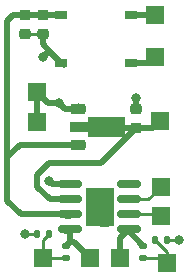
<source format=gbr>
%TF.GenerationSoftware,KiCad,Pcbnew,9.0.2*%
%TF.CreationDate,2025-07-27T21:18:58+02:00*%
%TF.ProjectId,ldo,6c646f2e-6b69-4636-9164-5f7063625858,rev?*%
%TF.SameCoordinates,Original*%
%TF.FileFunction,Copper,L1,Top*%
%TF.FilePolarity,Positive*%
%FSLAX46Y46*%
G04 Gerber Fmt 4.6, Leading zero omitted, Abs format (unit mm)*
G04 Created by KiCad (PCBNEW 9.0.2) date 2025-07-27 21:18:58*
%MOMM*%
%LPD*%
G01*
G04 APERTURE LIST*
G04 Aperture macros list*
%AMRoundRect*
0 Rectangle with rounded corners*
0 $1 Rounding radius*
0 $2 $3 $4 $5 $6 $7 $8 $9 X,Y pos of 4 corners*
0 Add a 4 corners polygon primitive as box body*
4,1,4,$2,$3,$4,$5,$6,$7,$8,$9,$2,$3,0*
0 Add four circle primitives for the rounded corners*
1,1,$1+$1,$2,$3*
1,1,$1+$1,$4,$5*
1,1,$1+$1,$6,$7*
1,1,$1+$1,$8,$9*
0 Add four rect primitives between the rounded corners*
20,1,$1+$1,$2,$3,$4,$5,0*
20,1,$1+$1,$4,$5,$6,$7,0*
20,1,$1+$1,$6,$7,$8,$9,0*
20,1,$1+$1,$8,$9,$2,$3,0*%
%AMFreePoly0*
4,1,9,3.862500,-0.866500,0.737500,-0.866500,0.737500,-0.450000,-0.737500,-0.450000,-0.737500,0.450000,0.737500,0.450000,0.737500,0.866500,3.862500,0.866500,3.862500,-0.866500,3.862500,-0.866500,$1*%
G04 Aperture macros list end*
%TA.AperFunction,SMDPad,CuDef*%
%ADD10RoundRect,0.135000X-0.135000X-0.185000X0.135000X-0.185000X0.135000X0.185000X-0.135000X0.185000X0*%
%TD*%
%TA.AperFunction,ComponentPad*%
%ADD11R,1.500000X1.500000*%
%TD*%
%TA.AperFunction,SMDPad,CuDef*%
%ADD12RoundRect,0.150000X-0.825000X-0.150000X0.825000X-0.150000X0.825000X0.150000X-0.825000X0.150000X0*%
%TD*%
%TA.AperFunction,ComponentPad*%
%ADD13C,0.500000*%
%TD*%
%TA.AperFunction,SMDPad,CuDef*%
%ADD14R,2.410000X3.300000*%
%TD*%
%TA.AperFunction,SMDPad,CuDef*%
%ADD15RoundRect,0.225000X-0.425000X-0.225000X0.425000X-0.225000X0.425000X0.225000X-0.425000X0.225000X0*%
%TD*%
%TA.AperFunction,SMDPad,CuDef*%
%ADD16FreePoly0,0.000000*%
%TD*%
%TA.AperFunction,SMDPad,CuDef*%
%ADD17RoundRect,0.135000X0.135000X0.185000X-0.135000X0.185000X-0.135000X-0.185000X0.135000X-0.185000X0*%
%TD*%
%TA.AperFunction,SMDPad,CuDef*%
%ADD18RoundRect,0.135000X0.185000X-0.135000X0.185000X0.135000X-0.185000X0.135000X-0.185000X-0.135000X0*%
%TD*%
%TA.AperFunction,SMDPad,CuDef*%
%ADD19RoundRect,0.225000X0.250000X-0.225000X0.250000X0.225000X-0.250000X0.225000X-0.250000X-0.225000X0*%
%TD*%
%TA.AperFunction,SMDPad,CuDef*%
%ADD20RoundRect,0.225000X-0.250000X0.225000X-0.250000X-0.225000X0.250000X-0.225000X0.250000X0.225000X0*%
%TD*%
%TA.AperFunction,SMDPad,CuDef*%
%ADD21R,1.000000X0.700000*%
%TD*%
%TA.AperFunction,ViaPad*%
%ADD22C,0.800000*%
%TD*%
%TA.AperFunction,Conductor*%
%ADD23C,0.500000*%
%TD*%
%TA.AperFunction,Conductor*%
%ADD24C,0.250000*%
%TD*%
G04 APERTURE END LIST*
D10*
%TO.P,R13,2*%
%TO.N,Net-(R12-Pad1)*%
X106000000Y-57500000D03*
%TO.P,R13,1*%
%TO.N,GND*%
X104980000Y-57500000D03*
%TD*%
D11*
%TO.P,ctrl1,1,1*%
%TO.N,Net-(R12-Pad1)*%
X105500000Y-59500000D03*
%TD*%
D12*
%TO.P,U4,1,GND*%
%TO.N,GND*%
X107825000Y-53295000D03*
%TO.P,U4,2,VCC*%
%TO.N,VCC*%
X107825000Y-54565000D03*
%TO.P,U4,3,VM*%
%TO.N,Net-(D1-+)*%
X107825000Y-55835000D03*
%TO.P,U4,4,OUTA*%
%TO.N,Net-(U4-OUTA)*%
X107825000Y-57105000D03*
%TO.P,U4,5,OUTB*%
%TO.N,Net-(U4-OUTB)*%
X112775000Y-57105000D03*
%TO.P,U4,6,INA*%
%TO.N,Net-(U4-INA)*%
X112775000Y-55835000D03*
%TO.P,U4,7,INB*%
%TO.N,Net-(U4-INB)*%
X112775000Y-54565000D03*
%TO.P,U4,8,NC*%
%TO.N,unconnected-(U4-NC-Pad8)*%
X112775000Y-53295000D03*
D13*
%TO.P,U4,9,GND*%
%TO.N,GND*%
X109600000Y-54000000D03*
X109600000Y-55200000D03*
X109600000Y-56400000D03*
D14*
X110300000Y-55200000D03*
D13*
X111000000Y-54000000D03*
X111000000Y-55200000D03*
X111000000Y-56400000D03*
%TD*%
D11*
%TO.P,tr2,1,1*%
%TO.N,Net-(D1-Pad3)*%
X115000000Y-42500000D03*
%TD*%
%TO.P,v3,1,1*%
%TO.N,VCC*%
X115406250Y-47950000D03*
%TD*%
D15*
%TO.P,U1,1,GND*%
%TO.N,GND*%
X108456250Y-46950000D03*
D16*
%TO.P,U1,2,VO*%
%TO.N,VCC*%
X108543750Y-48450000D03*
D15*
%TO.P,U1,3,VI*%
%TO.N,Net-(D1-+)*%
X108456250Y-49950000D03*
%TD*%
D11*
%TO.P,tr1,1,1*%
%TO.N,Net-(D1-Pad4)*%
X115000000Y-39000000D03*
%TD*%
D17*
%TO.P,R15,1*%
%TO.N,GND*%
X116020000Y-58000000D03*
%TO.P,R15,2*%
%TO.N,Net-(R14-Pad1)*%
X115000000Y-58000000D03*
%TD*%
D18*
%TO.P,R14,1*%
%TO.N,Net-(R14-Pad1)*%
X114000000Y-59520000D03*
%TO.P,R14,2*%
%TO.N,Net-(U4-OUTB)*%
X114000000Y-58500000D03*
%TD*%
%TO.P,R12,1*%
%TO.N,Net-(R12-Pad1)*%
X107500000Y-59520000D03*
%TO.P,R12,2*%
%TO.N,Net-(U4-OUTA)*%
X107500000Y-58500000D03*
%TD*%
D11*
%TO.P,o2,1,1*%
%TO.N,Net-(U4-OUTB)*%
X112000000Y-59500000D03*
%TD*%
%TO.P,i2,1,1*%
%TO.N,Net-(U4-INB)*%
X115500000Y-53500000D03*
%TD*%
%TO.P,i1,1,1*%
%TO.N,Net-(U4-INA)*%
X115500000Y-56000000D03*
%TD*%
%TO.P,g2,1,1*%
%TO.N,GND*%
X105000000Y-48000000D03*
%TD*%
%TO.P,g1,1,1*%
%TO.N,GND*%
X105000000Y-45500000D03*
%TD*%
%TO.P,ctrl2,1,1*%
%TO.N,Net-(R14-Pad1)*%
X116000000Y-60000000D03*
%TD*%
D19*
%TO.P,C18,1*%
%TO.N,VCC*%
X113406250Y-48500000D03*
%TO.P,C18,2*%
%TO.N,GND*%
X113406250Y-46950000D03*
%TD*%
D20*
%TO.P,C17,1*%
%TO.N,Net-(D1-+)*%
X105500000Y-39000000D03*
%TO.P,C17,2*%
%TO.N,GND*%
X105500000Y-40550000D03*
%TD*%
%TO.P,C3,1*%
%TO.N,Net-(D1-+)*%
X104000000Y-39000000D03*
%TO.P,C3,2*%
%TO.N,GND*%
X104000000Y-40550000D03*
%TD*%
D21*
%TO.P,D1,1,+*%
%TO.N,Net-(D1-+)*%
X107050000Y-39000000D03*
%TO.P,D1,2,-*%
%TO.N,GND*%
X107050000Y-43000000D03*
%TO.P,D1,3*%
%TO.N,Net-(D1-Pad3)*%
X113000000Y-43000000D03*
%TO.P,D1,4*%
%TO.N,Net-(D1-Pad4)*%
X113000000Y-39000000D03*
%TD*%
D11*
%TO.P,o1,1,1*%
%TO.N,Net-(U4-OUTA)*%
X109500000Y-59500000D03*
%TD*%
D22*
%TO.N,GND*%
X106000000Y-53000000D03*
X105500000Y-42500000D03*
X117000000Y-58000000D03*
X104000000Y-57500000D03*
X113406250Y-45950000D03*
X106906250Y-46450000D03*
%TD*%
D23*
%TO.N,GND*%
X105000000Y-45500000D02*
X105000000Y-48000000D01*
X105950000Y-46450000D02*
X105000000Y-45500000D01*
X106906250Y-46450000D02*
X105950000Y-46450000D01*
%TO.N,Net-(D1-+)*%
X103550000Y-49950000D02*
X102500000Y-51000000D01*
X102500000Y-39500000D02*
X102500000Y-51000000D01*
X108456250Y-49950000D02*
X103550000Y-49950000D01*
X103665000Y-55835000D02*
X102500000Y-54670000D01*
D24*
X102500000Y-54670000D02*
X102500000Y-54500000D01*
D23*
X103665000Y-55835000D02*
X107825000Y-55835000D01*
X102500000Y-51000000D02*
X102500000Y-54500000D01*
X103000000Y-39000000D02*
X102500000Y-39500000D01*
X104000000Y-39000000D02*
X103000000Y-39000000D01*
D24*
%TO.N,GND*%
X106295000Y-53295000D02*
X106000000Y-53000000D01*
D23*
X107825000Y-53295000D02*
X106295000Y-53295000D01*
X106025000Y-41975000D02*
X107050000Y-43000000D01*
X105500000Y-42500000D02*
X106025000Y-41975000D01*
X105500000Y-41450000D02*
X106025000Y-41975000D01*
X105500000Y-40550000D02*
X105500000Y-41450000D01*
D24*
X104000000Y-40550000D02*
X105500000Y-40550000D01*
D23*
%TO.N,Net-(D1-+)*%
X105500000Y-39000000D02*
X104000000Y-39000000D01*
X107050000Y-39000000D02*
X105500000Y-39000000D01*
%TO.N,VCC*%
X110406250Y-51500000D02*
X113406250Y-48500000D01*
X106000000Y-51500000D02*
X110406250Y-51500000D01*
X105000000Y-52500000D02*
X106000000Y-51500000D01*
X105000000Y-53500000D02*
X105000000Y-52500000D01*
X106065000Y-54565000D02*
X105000000Y-53500000D01*
X107825000Y-54565000D02*
X106065000Y-54565000D01*
X108593750Y-48500000D02*
X113406250Y-48500000D01*
D24*
X108543750Y-48450000D02*
X108593750Y-48500000D01*
%TO.N,Net-(D1-Pad3)*%
X114500000Y-43000000D02*
X115000000Y-42500000D01*
D23*
X113000000Y-43000000D02*
X114500000Y-43000000D01*
D24*
%TO.N,GND*%
X107325000Y-43275000D02*
X107050000Y-43000000D01*
D23*
%TO.N,Net-(D1-Pad4)*%
X113000000Y-39000000D02*
X115000000Y-39000000D01*
D24*
%TO.N,GND*%
X116020000Y-58000000D02*
X117000000Y-58000000D01*
%TO.N,Net-(R14-Pad1)*%
X116000000Y-59000000D02*
X115000000Y-58000000D01*
X116000000Y-60000000D02*
X116000000Y-59000000D01*
X115520000Y-59520000D02*
X116000000Y-60000000D01*
X114000000Y-59520000D02*
X115520000Y-59520000D01*
D23*
%TO.N,Net-(U4-OUTB)*%
X112775000Y-57275000D02*
X114000000Y-58500000D01*
D24*
X112775000Y-57105000D02*
X112775000Y-57275000D01*
D23*
X112775000Y-57105000D02*
X112000000Y-57880000D01*
X112000000Y-57880000D02*
X112000000Y-59500000D01*
D24*
%TO.N,Net-(R12-Pad1)*%
X105500000Y-58000000D02*
X106000000Y-57500000D01*
X105500000Y-59500000D02*
X105500000Y-58000000D01*
X105520000Y-59520000D02*
X105500000Y-59500000D01*
X107500000Y-59520000D02*
X105520000Y-59520000D01*
D23*
%TO.N,Net-(U4-OUTA)*%
X108175000Y-58175000D02*
X107825000Y-58175000D01*
X109500000Y-59500000D02*
X108175000Y-58175000D01*
X107825000Y-58175000D02*
X107500000Y-58500000D01*
X107825000Y-57105000D02*
X107825000Y-58175000D01*
D24*
%TO.N,Net-(D1-+)*%
X107825000Y-55835000D02*
X107825000Y-56065000D01*
%TO.N,GND*%
X104980000Y-57500000D02*
X104000000Y-57500000D01*
%TO.N,Net-(R12-Pad1)*%
X106000000Y-59000000D02*
X105500000Y-59500000D01*
%TO.N,Net-(U4-INA)*%
X115335000Y-55835000D02*
X115500000Y-56000000D01*
X112775000Y-55835000D02*
X115335000Y-55835000D01*
%TO.N,Net-(U4-INB)*%
X114435000Y-54565000D02*
X115500000Y-53500000D01*
X112775000Y-54565000D02*
X114435000Y-54565000D01*
D23*
%TO.N,GND*%
X107406250Y-46950000D02*
X106906250Y-46450000D01*
X108456250Y-46950000D02*
X107406250Y-46950000D01*
X113406250Y-46950000D02*
X113406250Y-45950000D01*
D24*
%TO.N,VCC*%
X114856250Y-48500000D02*
X115406250Y-47950000D01*
D23*
X113406250Y-48500000D02*
X114856250Y-48500000D01*
D24*
%TO.N,Net-(U4-OUTB)*%
X113220200Y-57335000D02*
X112775000Y-57335000D01*
%TO.N,VCC*%
X108543750Y-48450000D02*
X108544250Y-48450000D01*
%TO.N,Net-(D1-+)*%
X107408200Y-56065000D02*
X107825000Y-56065000D01*
%TO.N,Net-(U4-OUTA)*%
X107825000Y-57335000D02*
X107323700Y-57335000D01*
%TO.N,GND*%
X108456250Y-46482400D02*
X108456250Y-46950000D01*
X111000000Y-56700000D02*
X110300000Y-56700000D01*
%TD*%
M02*

</source>
